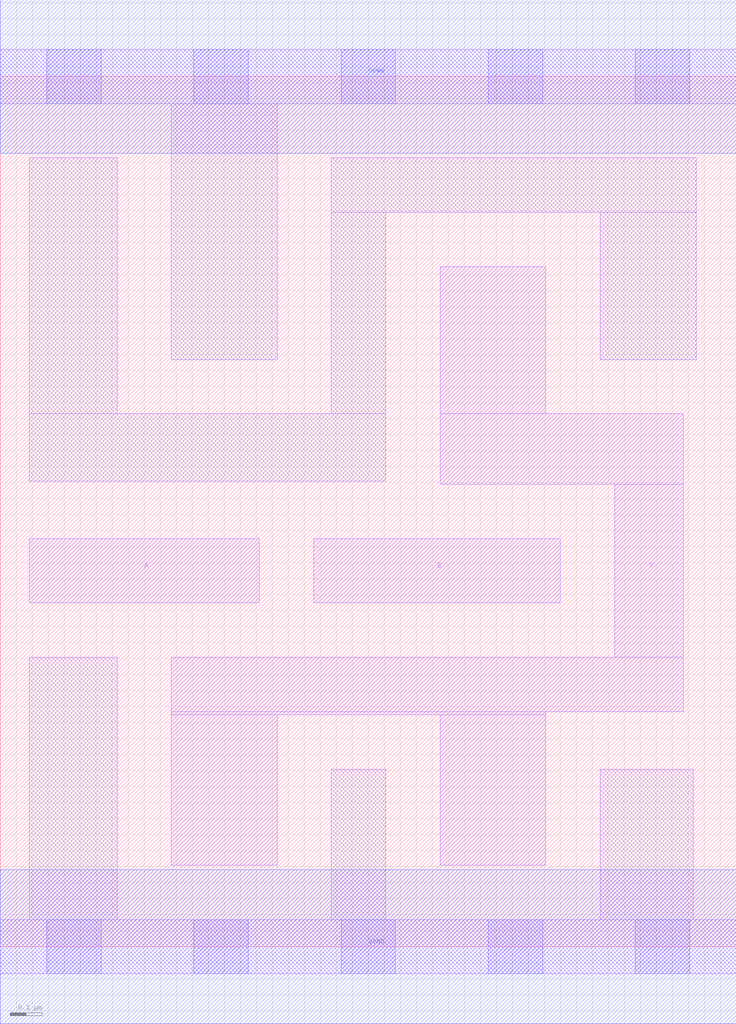
<source format=lef>
# Copyright 2020 The SkyWater PDK Authors
#
# Licensed under the Apache License, Version 2.0 (the "License");
# you may not use this file except in compliance with the License.
# You may obtain a copy of the License at
#
#     https://www.apache.org/licenses/LICENSE-2.0
#
# Unless required by applicable law or agreed to in writing, software
# distributed under the License is distributed on an "AS IS" BASIS,
# WITHOUT WARRANTIES OR CONDITIONS OF ANY KIND, either express or implied.
# See the License for the specific language governing permissions and
# limitations under the License.
#
# SPDX-License-Identifier: Apache-2.0

VERSION 5.7 ;
  NOWIREEXTENSIONATPIN ON ;
  DIVIDERCHAR "/" ;
  BUSBITCHARS "[]" ;
UNITS
  DATABASE MICRONS 200 ;
END UNITS
MACRO sky130_fd_sc_hd__nor2_2
  CLASS CORE ;
  FOREIGN sky130_fd_sc_hd__nor2_2 ;
  ORIGIN  0.000000  0.000000 ;
  SIZE  2.300000 BY  2.720000 ;
  SYMMETRY X Y R90 ;
  SITE unithd ;
  PIN A
    ANTENNAGATEAREA  0.495000 ;
    DIRECTION INPUT ;
    USE SIGNAL ;
    PORT
      LAYER li1 ;
        RECT 0.090000 1.075000 0.810000 1.275000 ;
    END
  END A
  PIN B
    ANTENNAGATEAREA  0.495000 ;
    DIRECTION INPUT ;
    USE SIGNAL ;
    PORT
      LAYER li1 ;
        RECT 0.980000 1.075000 1.750000 1.275000 ;
    END
  END B
  PIN Y
    ANTENNADIFFAREA  0.621000 ;
    DIRECTION OUTPUT ;
    USE SIGNAL ;
    PORT
      LAYER li1 ;
        RECT 0.535000 0.255000 0.865000 0.725000 ;
        RECT 0.535000 0.725000 1.705000 0.735000 ;
        RECT 0.535000 0.735000 2.135000 0.905000 ;
        RECT 1.375000 0.255000 1.705000 0.725000 ;
        RECT 1.375000 1.445000 2.135000 1.665000 ;
        RECT 1.375000 1.665000 1.705000 2.125000 ;
        RECT 1.920000 0.905000 2.135000 1.445000 ;
    END
  END Y
  PIN VGND
    DIRECTION INOUT ;
    SHAPE ABUTMENT ;
    USE GROUND ;
    PORT
      LAYER met1 ;
        RECT 0.000000 -0.240000 2.300000 0.240000 ;
    END
  END VGND
  PIN VPWR
    DIRECTION INOUT ;
    SHAPE ABUTMENT ;
    USE POWER ;
    PORT
      LAYER met1 ;
        RECT 0.000000 2.480000 2.300000 2.960000 ;
    END
  END VPWR
  OBS
    LAYER li1 ;
      RECT 0.000000 -0.085000 2.300000 0.085000 ;
      RECT 0.000000  2.635000 2.300000 2.805000 ;
      RECT 0.090000  0.085000 0.365000 0.905000 ;
      RECT 0.090000  1.455000 1.205000 1.665000 ;
      RECT 0.090000  1.665000 0.365000 2.465000 ;
      RECT 0.535000  1.835000 0.865000 2.635000 ;
      RECT 1.035000  0.085000 1.205000 0.555000 ;
      RECT 1.035000  1.665000 1.205000 2.295000 ;
      RECT 1.035000  2.295000 2.175000 2.465000 ;
      RECT 1.875000  0.085000 2.165000 0.555000 ;
      RECT 1.875000  1.835000 2.175000 2.295000 ;
    LAYER mcon ;
      RECT 0.145000 -0.085000 0.315000 0.085000 ;
      RECT 0.145000  2.635000 0.315000 2.805000 ;
      RECT 0.605000 -0.085000 0.775000 0.085000 ;
      RECT 0.605000  2.635000 0.775000 2.805000 ;
      RECT 1.065000 -0.085000 1.235000 0.085000 ;
      RECT 1.065000  2.635000 1.235000 2.805000 ;
      RECT 1.525000 -0.085000 1.695000 0.085000 ;
      RECT 1.525000  2.635000 1.695000 2.805000 ;
      RECT 1.985000 -0.085000 2.155000 0.085000 ;
      RECT 1.985000  2.635000 2.155000 2.805000 ;
  END
END sky130_fd_sc_hd__nor2_2
END LIBRARY

</source>
